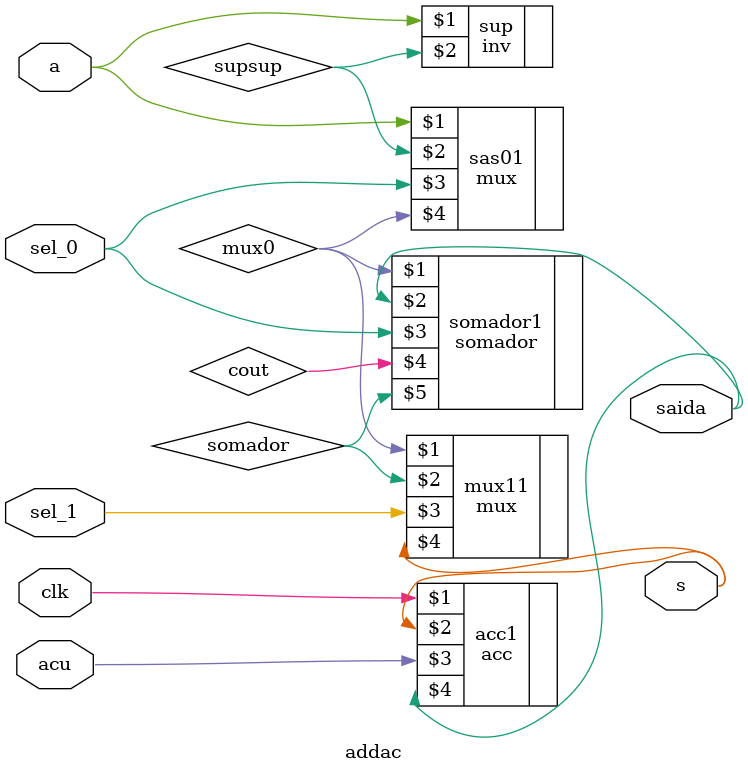
<source format=sv>
module addac(input logic sel_0, input logic sel_1, input logic a, input logic acu, input logic clk,output logic s, output logic saida);

 logic mux0, mux1, somador, cout, supsup;
 inv sup(a, supsup );
 mux sas01(a, supsup, sel_0, mux0);
 somador somador1(mux0, saida, sel_0, cout, somador);
 mux mux11(mux0, somador, sel_1, s);

 acc acc1(clk, s, acu, saida);
 
 endmodule 
</source>
